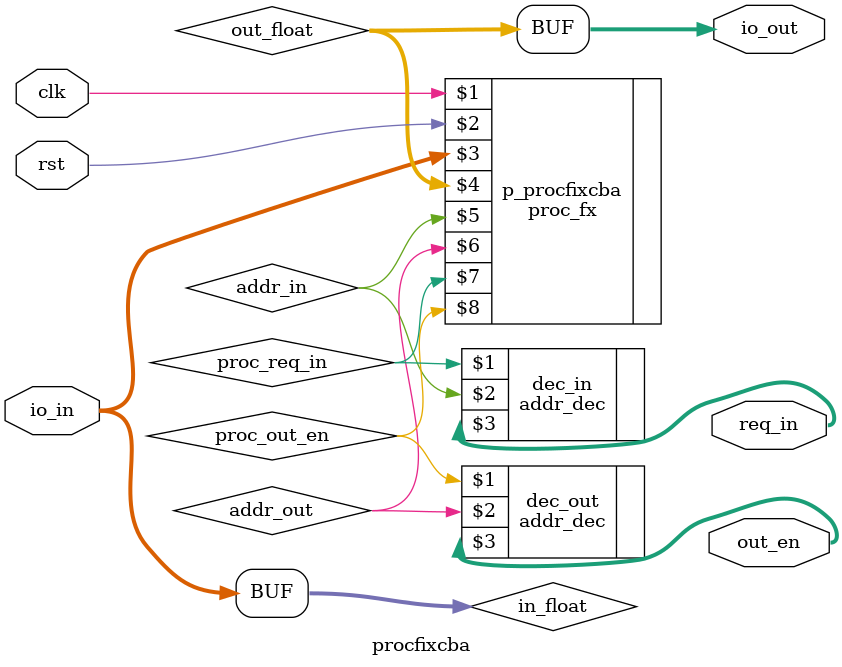
<source format=v>
module procfixcba (
input clk, rst,
input signed [30:0] io_in,
output signed [30:0] io_out,
output [1:0] req_in,
output [1:0] out_en);

wire signed [30:0] in_float;
wire signed [30:0] out_float;

assign in_float = io_in;

wire proc_req_in, proc_out_en;
wire [0:0] addr_in;
wire [0:0] addr_out;

proc_fx #(.NUBITS(31),
.MDATAS(406),
.MINSTS(4615),
.SDEPTH(16),
.NUIOIN(2),
.NUIOOU(2),
.EQU(1),
.MLT(1),
.ADD(1),
.LES(1),
.NRM(1),
.DFILE("C:/Users/LuccaViccini/Desktop/UFJF/IC/VIC_CERN/CBA/procfixcba/Hardware/procfixcba_H/procfixcba_data.mif"),
.IFILE("C:/Users/LuccaViccini/Desktop/UFJF/IC/VIC_CERN/CBA/procfixcba/Hardware/procfixcba_H/procfixcba_inst.mif")
) p_procfixcba (clk, rst, in_float, out_float, addr_in, addr_out, proc_req_in, proc_out_en);

assign io_out = out_float;

addr_dec #(2) dec_in (proc_req_in, addr_in , req_in);
addr_dec #(2) dec_out(proc_out_en, addr_out, out_en);

endmodule

</source>
